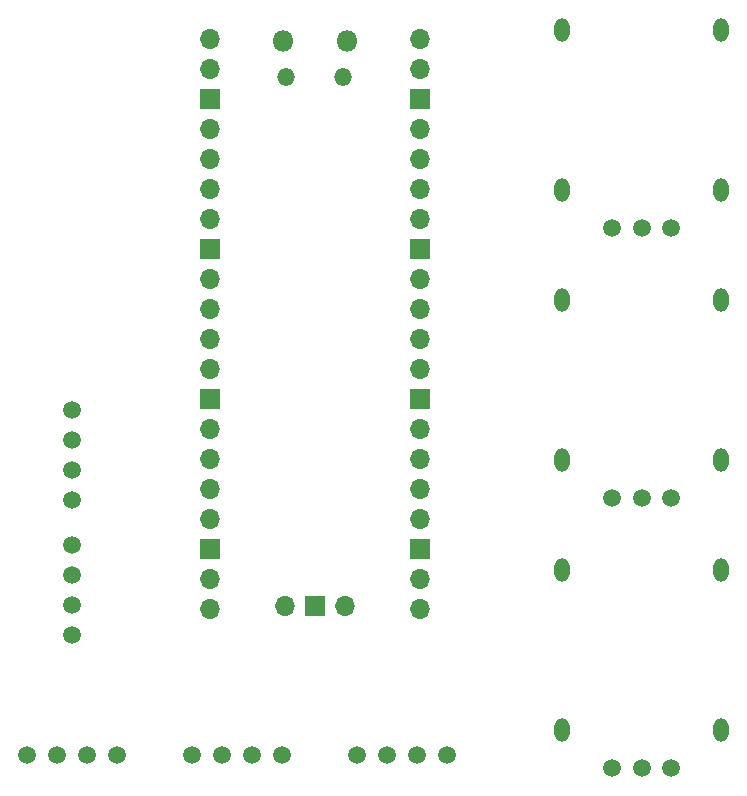
<source format=gbr>
%TF.GenerationSoftware,KiCad,Pcbnew,(6.0.1)*%
%TF.CreationDate,2022-02-13T21:33:51+08:00*%
%TF.ProjectId,PCB-1.0,5043422d-312e-4302-9e6b-696361645f70,rev?*%
%TF.SameCoordinates,Original*%
%TF.FileFunction,Soldermask,Bot*%
%TF.FilePolarity,Negative*%
%FSLAX46Y46*%
G04 Gerber Fmt 4.6, Leading zero omitted, Abs format (unit mm)*
G04 Created by KiCad (PCBNEW (6.0.1)) date 2022-02-13 21:33:51*
%MOMM*%
%LPD*%
G01*
G04 APERTURE LIST*
%ADD10C,1.500000*%
%ADD11O,1.500000X1.500000*%
%ADD12O,1.800000X1.800000*%
%ADD13O,1.700000X1.700000*%
%ADD14R,1.700000X1.700000*%
%ADD15O,1.300000X2.000000*%
G04 APERTURE END LIST*
D10*
%TO.C,5V1*%
X140970000Y-132080000D03*
X138430000Y-132080000D03*
X135890000Y-132080000D03*
X133350000Y-132080000D03*
%TD*%
%TO.C,stepper2*%
X109220000Y-114300000D03*
X109220000Y-116840000D03*
X109220000Y-119380000D03*
X109220000Y-121920000D03*
%TD*%
D11*
%TO.C,Rasberry_Pi_Pico_1*%
X127375000Y-74630000D03*
D12*
X127075000Y-71600000D03*
X132525000Y-71600000D03*
D11*
X132225000Y-74630000D03*
D13*
X120910000Y-71470000D03*
X120910000Y-74010000D03*
D14*
X120910000Y-76550000D03*
D13*
X120910000Y-79090000D03*
X120910000Y-81630000D03*
X120910000Y-84170000D03*
X120910000Y-86710000D03*
D14*
X120910000Y-89250000D03*
D13*
X120910000Y-91790000D03*
X120910000Y-94330000D03*
X120910000Y-96870000D03*
X120910000Y-99410000D03*
D14*
X120910000Y-101950000D03*
D13*
X120910000Y-104490000D03*
X120910000Y-107030000D03*
X120910000Y-109570000D03*
X120910000Y-112110000D03*
D14*
X120910000Y-114650000D03*
D13*
X120910000Y-117190000D03*
X120910000Y-119730000D03*
X138690000Y-119730000D03*
X138690000Y-117190000D03*
D14*
X138690000Y-114650000D03*
D13*
X138690000Y-112110000D03*
X138690000Y-109570000D03*
X138690000Y-107030000D03*
X138690000Y-104490000D03*
D14*
X138690000Y-101950000D03*
D13*
X138690000Y-99410000D03*
X138690000Y-96870000D03*
X138690000Y-94330000D03*
X138690000Y-91790000D03*
D14*
X138690000Y-89250000D03*
D13*
X138690000Y-86710000D03*
X138690000Y-84170000D03*
X138690000Y-81630000D03*
X138690000Y-79090000D03*
D14*
X138690000Y-76550000D03*
D13*
X138690000Y-74010000D03*
X138690000Y-71470000D03*
X127260000Y-119500000D03*
D14*
X129800000Y-119500000D03*
D13*
X132340000Y-119500000D03*
%TD*%
D10*
%TO.C,stepper3*%
X113030000Y-132080000D03*
X110490000Y-132080000D03*
X107950000Y-132080000D03*
X105410000Y-132080000D03*
%TD*%
%TO.C,GND1*%
X127000000Y-132080000D03*
X124460000Y-132080000D03*
X121920000Y-132080000D03*
X119380000Y-132080000D03*
%TD*%
%TO.C,stepper1*%
X109220000Y-102870000D03*
X109220000Y-105410000D03*
X109220000Y-107950000D03*
X109220000Y-110490000D03*
%TD*%
%TO.C,\u6447\u6746\u7535\u4F4D\u56682*%
X154980000Y-110330000D03*
X157480000Y-110330000D03*
X159980000Y-110330000D03*
D15*
X150730000Y-93580000D03*
X164230000Y-93580000D03*
X164230000Y-107080000D03*
X150730000Y-107080000D03*
%TD*%
D10*
%TO.C,\u6447\u6746\u7535\u4F4D\u56681*%
X154980000Y-87470000D03*
X157480000Y-87470000D03*
X159980000Y-87470000D03*
D15*
X164230000Y-70720000D03*
X164230000Y-84220000D03*
X150730000Y-70720000D03*
X150730000Y-84220000D03*
%TD*%
D10*
%TO.C,\u6447\u6746\u7535\u4F4D\u56683*%
X154980000Y-133190000D03*
X157480000Y-133190000D03*
X159980000Y-133190000D03*
D15*
X150730000Y-116440000D03*
X150730000Y-129940000D03*
X164230000Y-116440000D03*
X164230000Y-129940000D03*
%TD*%
M02*

</source>
